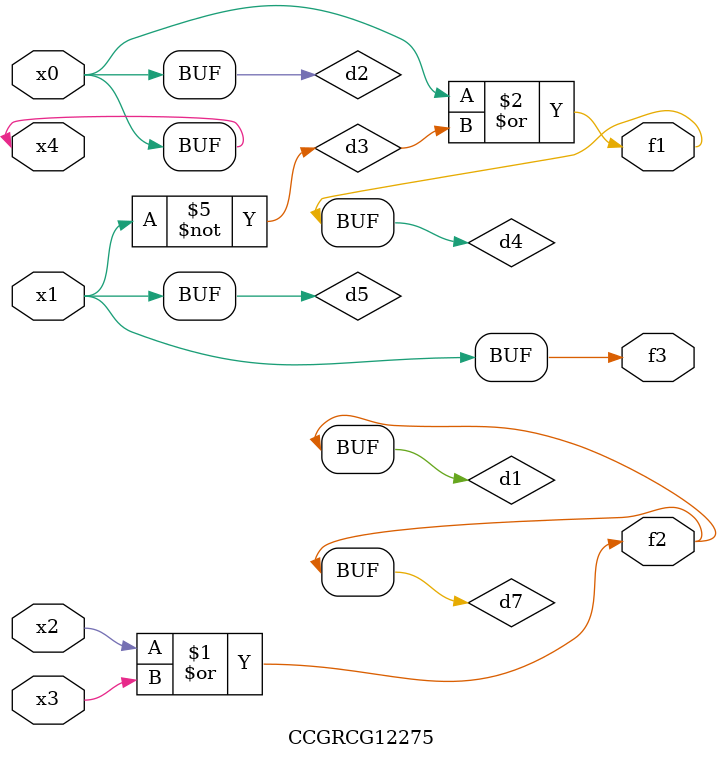
<source format=v>
module CCGRCG12275(
	input x0, x1, x2, x3, x4,
	output f1, f2, f3
);

	wire d1, d2, d3, d4, d5, d6, d7;

	or (d1, x2, x3);
	buf (d2, x0, x4);
	not (d3, x1);
	or (d4, d2, d3);
	not (d5, d3);
	nand (d6, d1, d3);
	or (d7, d1);
	assign f1 = d4;
	assign f2 = d7;
	assign f3 = d5;
endmodule

</source>
